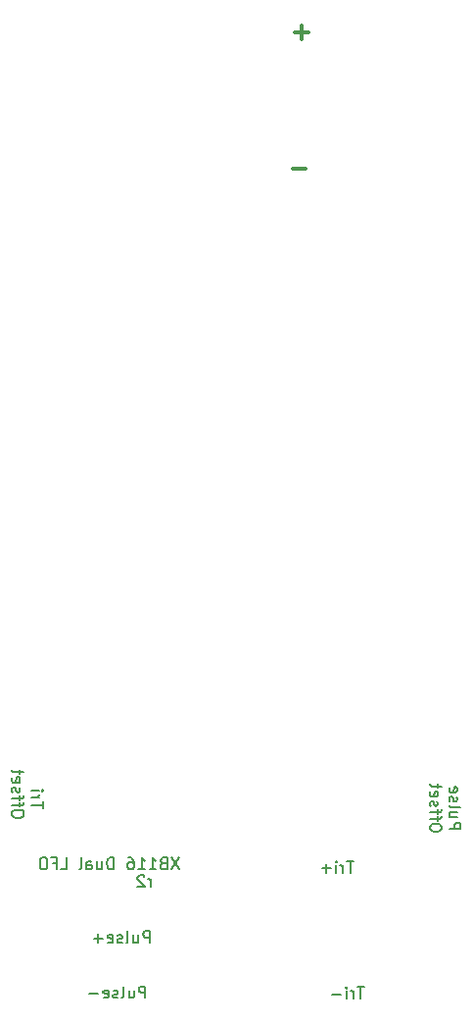
<source format=gbr>
G04 #@! TF.GenerationSoftware,KiCad,Pcbnew,(5.1.0)-1*
G04 #@! TF.CreationDate,2019-04-24T00:35:03-04:00*
G04 #@! TF.ProjectId,lfo,6c666f2e-6b69-4636-9164-5f7063625858,rev?*
G04 #@! TF.SameCoordinates,Original*
G04 #@! TF.FileFunction,Legend,Bot*
G04 #@! TF.FilePolarity,Positive*
%FSLAX46Y46*%
G04 Gerber Fmt 4.6, Leading zero omitted, Abs format (unit mm)*
G04 Created by KiCad (PCBNEW (5.1.0)-1) date 2019-04-24 00:35:03*
%MOMM*%
%LPD*%
G04 APERTURE LIST*
%ADD10C,0.150000*%
%ADD11C,0.300000*%
G04 APERTURE END LIST*
D10*
X215685619Y-118816380D02*
X215685619Y-118149714D01*
X215685619Y-118340190D02*
X215638000Y-118244952D01*
X215590380Y-118197333D01*
X215495142Y-118149714D01*
X215399904Y-118149714D01*
X215114190Y-117911619D02*
X215066571Y-117864000D01*
X214971333Y-117816380D01*
X214733238Y-117816380D01*
X214638000Y-117864000D01*
X214590380Y-117911619D01*
X214542761Y-118006857D01*
X214542761Y-118102095D01*
X214590380Y-118244952D01*
X215161809Y-118816380D01*
X214542761Y-118816380D01*
X218137619Y-116292380D02*
X217470952Y-117292380D01*
X217470952Y-116292380D02*
X218137619Y-117292380D01*
X216756666Y-116768571D02*
X216613809Y-116816190D01*
X216566190Y-116863809D01*
X216518571Y-116959047D01*
X216518571Y-117101904D01*
X216566190Y-117197142D01*
X216613809Y-117244761D01*
X216709047Y-117292380D01*
X217090000Y-117292380D01*
X217090000Y-116292380D01*
X216756666Y-116292380D01*
X216661428Y-116340000D01*
X216613809Y-116387619D01*
X216566190Y-116482857D01*
X216566190Y-116578095D01*
X216613809Y-116673333D01*
X216661428Y-116720952D01*
X216756666Y-116768571D01*
X217090000Y-116768571D01*
X215566190Y-117292380D02*
X216137619Y-117292380D01*
X215851904Y-117292380D02*
X215851904Y-116292380D01*
X215947142Y-116435238D01*
X216042380Y-116530476D01*
X216137619Y-116578095D01*
X214613809Y-117292380D02*
X215185238Y-117292380D01*
X214899523Y-117292380D02*
X214899523Y-116292380D01*
X214994761Y-116435238D01*
X215090000Y-116530476D01*
X215185238Y-116578095D01*
X213756666Y-116292380D02*
X213947142Y-116292380D01*
X214042380Y-116340000D01*
X214090000Y-116387619D01*
X214185238Y-116530476D01*
X214232857Y-116720952D01*
X214232857Y-117101904D01*
X214185238Y-117197142D01*
X214137619Y-117244761D01*
X214042380Y-117292380D01*
X213851904Y-117292380D01*
X213756666Y-117244761D01*
X213709047Y-117197142D01*
X213661428Y-117101904D01*
X213661428Y-116863809D01*
X213709047Y-116768571D01*
X213756666Y-116720952D01*
X213851904Y-116673333D01*
X214042380Y-116673333D01*
X214137619Y-116720952D01*
X214185238Y-116768571D01*
X214232857Y-116863809D01*
X212470952Y-117292380D02*
X212470952Y-116292380D01*
X212232857Y-116292380D01*
X212090000Y-116340000D01*
X211994761Y-116435238D01*
X211947142Y-116530476D01*
X211899523Y-116720952D01*
X211899523Y-116863809D01*
X211947142Y-117054285D01*
X211994761Y-117149523D01*
X212090000Y-117244761D01*
X212232857Y-117292380D01*
X212470952Y-117292380D01*
X211042380Y-116625714D02*
X211042380Y-117292380D01*
X211470952Y-116625714D02*
X211470952Y-117149523D01*
X211423333Y-117244761D01*
X211328095Y-117292380D01*
X211185238Y-117292380D01*
X211090000Y-117244761D01*
X211042380Y-117197142D01*
X210137619Y-117292380D02*
X210137619Y-116768571D01*
X210185238Y-116673333D01*
X210280476Y-116625714D01*
X210470952Y-116625714D01*
X210566190Y-116673333D01*
X210137619Y-117244761D02*
X210232857Y-117292380D01*
X210470952Y-117292380D01*
X210566190Y-117244761D01*
X210613809Y-117149523D01*
X210613809Y-117054285D01*
X210566190Y-116959047D01*
X210470952Y-116911428D01*
X210232857Y-116911428D01*
X210137619Y-116863809D01*
X209518571Y-117292380D02*
X209613809Y-117244761D01*
X209661428Y-117149523D01*
X209661428Y-116292380D01*
X207899523Y-117292380D02*
X208375714Y-117292380D01*
X208375714Y-116292380D01*
X207232857Y-116768571D02*
X207566190Y-116768571D01*
X207566190Y-117292380D02*
X207566190Y-116292380D01*
X207090000Y-116292380D01*
X206518571Y-116292380D02*
X206328095Y-116292380D01*
X206232857Y-116340000D01*
X206137619Y-116435238D01*
X206090000Y-116625714D01*
X206090000Y-116959047D01*
X206137619Y-117149523D01*
X206232857Y-117244761D01*
X206328095Y-117292380D01*
X206518571Y-117292380D01*
X206613809Y-117244761D01*
X206709047Y-117149523D01*
X206756666Y-116959047D01*
X206756666Y-116625714D01*
X206709047Y-116435238D01*
X206613809Y-116340000D01*
X206518571Y-116292380D01*
X233227380Y-116609880D02*
X232655952Y-116609880D01*
X232941666Y-117609880D02*
X232941666Y-116609880D01*
X232322619Y-117609880D02*
X232322619Y-116943214D01*
X232322619Y-117133690D02*
X232275000Y-117038452D01*
X232227380Y-116990833D01*
X232132142Y-116943214D01*
X232036904Y-116943214D01*
X231703571Y-117609880D02*
X231703571Y-116943214D01*
X231703571Y-116609880D02*
X231751190Y-116657500D01*
X231703571Y-116705119D01*
X231655952Y-116657500D01*
X231703571Y-116609880D01*
X231703571Y-116705119D01*
X231227380Y-117228928D02*
X230465476Y-117228928D01*
X230846428Y-117609880D02*
X230846428Y-116847976D01*
X234116380Y-127468380D02*
X233544952Y-127468380D01*
X233830666Y-128468380D02*
X233830666Y-127468380D01*
X233211619Y-128468380D02*
X233211619Y-127801714D01*
X233211619Y-127992190D02*
X233164000Y-127896952D01*
X233116380Y-127849333D01*
X233021142Y-127801714D01*
X232925904Y-127801714D01*
X232592571Y-128468380D02*
X232592571Y-127801714D01*
X232592571Y-127468380D02*
X232640190Y-127516000D01*
X232592571Y-127563619D01*
X232544952Y-127516000D01*
X232592571Y-127468380D01*
X232592571Y-127563619D01*
X232116380Y-128087428D02*
X231354476Y-128087428D01*
X215217071Y-128404880D02*
X215217071Y-127404880D01*
X214836119Y-127404880D01*
X214740880Y-127452500D01*
X214693261Y-127500119D01*
X214645642Y-127595357D01*
X214645642Y-127738214D01*
X214693261Y-127833452D01*
X214740880Y-127881071D01*
X214836119Y-127928690D01*
X215217071Y-127928690D01*
X213788500Y-127738214D02*
X213788500Y-128404880D01*
X214217071Y-127738214D02*
X214217071Y-128262023D01*
X214169452Y-128357261D01*
X214074214Y-128404880D01*
X213931357Y-128404880D01*
X213836119Y-128357261D01*
X213788500Y-128309642D01*
X213169452Y-128404880D02*
X213264690Y-128357261D01*
X213312309Y-128262023D01*
X213312309Y-127404880D01*
X212836119Y-128357261D02*
X212740880Y-128404880D01*
X212550404Y-128404880D01*
X212455166Y-128357261D01*
X212407547Y-128262023D01*
X212407547Y-128214404D01*
X212455166Y-128119166D01*
X212550404Y-128071547D01*
X212693261Y-128071547D01*
X212788500Y-128023928D01*
X212836119Y-127928690D01*
X212836119Y-127881071D01*
X212788500Y-127785833D01*
X212693261Y-127738214D01*
X212550404Y-127738214D01*
X212455166Y-127785833D01*
X211598023Y-128357261D02*
X211693261Y-128404880D01*
X211883738Y-128404880D01*
X211978976Y-128357261D01*
X212026595Y-128262023D01*
X212026595Y-127881071D01*
X211978976Y-127785833D01*
X211883738Y-127738214D01*
X211693261Y-127738214D01*
X211598023Y-127785833D01*
X211550404Y-127881071D01*
X211550404Y-127976309D01*
X212026595Y-128071547D01*
X211121833Y-128023928D02*
X210359928Y-128023928D01*
X215598071Y-123642380D02*
X215598071Y-122642380D01*
X215217119Y-122642380D01*
X215121880Y-122690000D01*
X215074261Y-122737619D01*
X215026642Y-122832857D01*
X215026642Y-122975714D01*
X215074261Y-123070952D01*
X215121880Y-123118571D01*
X215217119Y-123166190D01*
X215598071Y-123166190D01*
X214169500Y-122975714D02*
X214169500Y-123642380D01*
X214598071Y-122975714D02*
X214598071Y-123499523D01*
X214550452Y-123594761D01*
X214455214Y-123642380D01*
X214312357Y-123642380D01*
X214217119Y-123594761D01*
X214169500Y-123547142D01*
X213550452Y-123642380D02*
X213645690Y-123594761D01*
X213693309Y-123499523D01*
X213693309Y-122642380D01*
X213217119Y-123594761D02*
X213121880Y-123642380D01*
X212931404Y-123642380D01*
X212836166Y-123594761D01*
X212788547Y-123499523D01*
X212788547Y-123451904D01*
X212836166Y-123356666D01*
X212931404Y-123309047D01*
X213074261Y-123309047D01*
X213169500Y-123261428D01*
X213217119Y-123166190D01*
X213217119Y-123118571D01*
X213169500Y-123023333D01*
X213074261Y-122975714D01*
X212931404Y-122975714D01*
X212836166Y-123023333D01*
X211979023Y-123594761D02*
X212074261Y-123642380D01*
X212264738Y-123642380D01*
X212359976Y-123594761D01*
X212407595Y-123499523D01*
X212407595Y-123118571D01*
X212359976Y-123023333D01*
X212264738Y-122975714D01*
X212074261Y-122975714D01*
X211979023Y-123023333D01*
X211931404Y-123118571D01*
X211931404Y-123213809D01*
X212407595Y-123309047D01*
X211502833Y-123261428D02*
X210740928Y-123261428D01*
X211121880Y-123642380D02*
X211121880Y-122880476D01*
X241482119Y-113823523D02*
X242482119Y-113823523D01*
X242482119Y-113442571D01*
X242434500Y-113347333D01*
X242386880Y-113299714D01*
X242291642Y-113252095D01*
X242148785Y-113252095D01*
X242053547Y-113299714D01*
X242005928Y-113347333D01*
X241958309Y-113442571D01*
X241958309Y-113823523D01*
X242148785Y-112394952D02*
X241482119Y-112394952D01*
X242148785Y-112823523D02*
X241624976Y-112823523D01*
X241529738Y-112775904D01*
X241482119Y-112680666D01*
X241482119Y-112537809D01*
X241529738Y-112442571D01*
X241577357Y-112394952D01*
X241482119Y-111775904D02*
X241529738Y-111871142D01*
X241624976Y-111918761D01*
X242482119Y-111918761D01*
X241529738Y-111442571D02*
X241482119Y-111347333D01*
X241482119Y-111156857D01*
X241529738Y-111061619D01*
X241624976Y-111014000D01*
X241672595Y-111014000D01*
X241767833Y-111061619D01*
X241815452Y-111156857D01*
X241815452Y-111299714D01*
X241863071Y-111394952D01*
X241958309Y-111442571D01*
X242005928Y-111442571D01*
X242101166Y-111394952D01*
X242148785Y-111299714D01*
X242148785Y-111156857D01*
X242101166Y-111061619D01*
X241529738Y-110204476D02*
X241482119Y-110299714D01*
X241482119Y-110490190D01*
X241529738Y-110585428D01*
X241624976Y-110633047D01*
X242005928Y-110633047D01*
X242101166Y-110585428D01*
X242148785Y-110490190D01*
X242148785Y-110299714D01*
X242101166Y-110204476D01*
X242005928Y-110156857D01*
X241910690Y-110156857D01*
X241815452Y-110633047D01*
X240832119Y-113799714D02*
X240832119Y-113609238D01*
X240784500Y-113514000D01*
X240689261Y-113418761D01*
X240498785Y-113371142D01*
X240165452Y-113371142D01*
X239974976Y-113418761D01*
X239879738Y-113514000D01*
X239832119Y-113609238D01*
X239832119Y-113799714D01*
X239879738Y-113894952D01*
X239974976Y-113990190D01*
X240165452Y-114037809D01*
X240498785Y-114037809D01*
X240689261Y-113990190D01*
X240784500Y-113894952D01*
X240832119Y-113799714D01*
X240498785Y-113085428D02*
X240498785Y-112704476D01*
X239832119Y-112942571D02*
X240689261Y-112942571D01*
X240784500Y-112894952D01*
X240832119Y-112799714D01*
X240832119Y-112704476D01*
X240498785Y-112514000D02*
X240498785Y-112133047D01*
X239832119Y-112371142D02*
X240689261Y-112371142D01*
X240784500Y-112323523D01*
X240832119Y-112228285D01*
X240832119Y-112133047D01*
X239879738Y-111847333D02*
X239832119Y-111752095D01*
X239832119Y-111561619D01*
X239879738Y-111466380D01*
X239974976Y-111418761D01*
X240022595Y-111418761D01*
X240117833Y-111466380D01*
X240165452Y-111561619D01*
X240165452Y-111704476D01*
X240213071Y-111799714D01*
X240308309Y-111847333D01*
X240355928Y-111847333D01*
X240451166Y-111799714D01*
X240498785Y-111704476D01*
X240498785Y-111561619D01*
X240451166Y-111466380D01*
X239879738Y-110609238D02*
X239832119Y-110704476D01*
X239832119Y-110894952D01*
X239879738Y-110990190D01*
X239974976Y-111037809D01*
X240355928Y-111037809D01*
X240451166Y-110990190D01*
X240498785Y-110894952D01*
X240498785Y-110704476D01*
X240451166Y-110609238D01*
X240355928Y-110561619D01*
X240260690Y-110561619D01*
X240165452Y-111037809D01*
X240498785Y-110275904D02*
X240498785Y-109894952D01*
X240832119Y-110133047D02*
X239974976Y-110133047D01*
X239879738Y-110085428D01*
X239832119Y-109990190D01*
X239832119Y-109894952D01*
X206350619Y-112021785D02*
X206350619Y-111450357D01*
X205350619Y-111736071D02*
X206350619Y-111736071D01*
X205350619Y-111117023D02*
X206017285Y-111117023D01*
X205826809Y-111117023D02*
X205922047Y-111069404D01*
X205969666Y-111021785D01*
X206017285Y-110926547D01*
X206017285Y-110831309D01*
X205350619Y-110497976D02*
X206017285Y-110497976D01*
X206350619Y-110497976D02*
X206303000Y-110545595D01*
X206255380Y-110497976D01*
X206303000Y-110450357D01*
X206350619Y-110497976D01*
X206255380Y-110497976D01*
X204700619Y-112593214D02*
X204700619Y-112402738D01*
X204653000Y-112307500D01*
X204557761Y-112212261D01*
X204367285Y-112164642D01*
X204033952Y-112164642D01*
X203843476Y-112212261D01*
X203748238Y-112307500D01*
X203700619Y-112402738D01*
X203700619Y-112593214D01*
X203748238Y-112688452D01*
X203843476Y-112783690D01*
X204033952Y-112831309D01*
X204367285Y-112831309D01*
X204557761Y-112783690D01*
X204653000Y-112688452D01*
X204700619Y-112593214D01*
X204367285Y-111878928D02*
X204367285Y-111497976D01*
X203700619Y-111736071D02*
X204557761Y-111736071D01*
X204653000Y-111688452D01*
X204700619Y-111593214D01*
X204700619Y-111497976D01*
X204367285Y-111307500D02*
X204367285Y-110926547D01*
X203700619Y-111164642D02*
X204557761Y-111164642D01*
X204653000Y-111117023D01*
X204700619Y-111021785D01*
X204700619Y-110926547D01*
X203748238Y-110640833D02*
X203700619Y-110545595D01*
X203700619Y-110355119D01*
X203748238Y-110259880D01*
X203843476Y-110212261D01*
X203891095Y-110212261D01*
X203986333Y-110259880D01*
X204033952Y-110355119D01*
X204033952Y-110497976D01*
X204081571Y-110593214D01*
X204176809Y-110640833D01*
X204224428Y-110640833D01*
X204319666Y-110593214D01*
X204367285Y-110497976D01*
X204367285Y-110355119D01*
X204319666Y-110259880D01*
X203748238Y-109402738D02*
X203700619Y-109497976D01*
X203700619Y-109688452D01*
X203748238Y-109783690D01*
X203843476Y-109831309D01*
X204224428Y-109831309D01*
X204319666Y-109783690D01*
X204367285Y-109688452D01*
X204367285Y-109497976D01*
X204319666Y-109402738D01*
X204224428Y-109355119D01*
X204129190Y-109355119D01*
X204033952Y-109831309D01*
X204367285Y-109069404D02*
X204367285Y-108688452D01*
X204700619Y-108926547D02*
X203843476Y-108926547D01*
X203748238Y-108878928D01*
X203700619Y-108783690D01*
X203700619Y-108688452D01*
D11*
X229298428Y-45065142D02*
X228155571Y-45065142D01*
X228727000Y-45636571D02*
X228727000Y-44493714D01*
X229107928Y-56812642D02*
X227965071Y-56812642D01*
M02*

</source>
